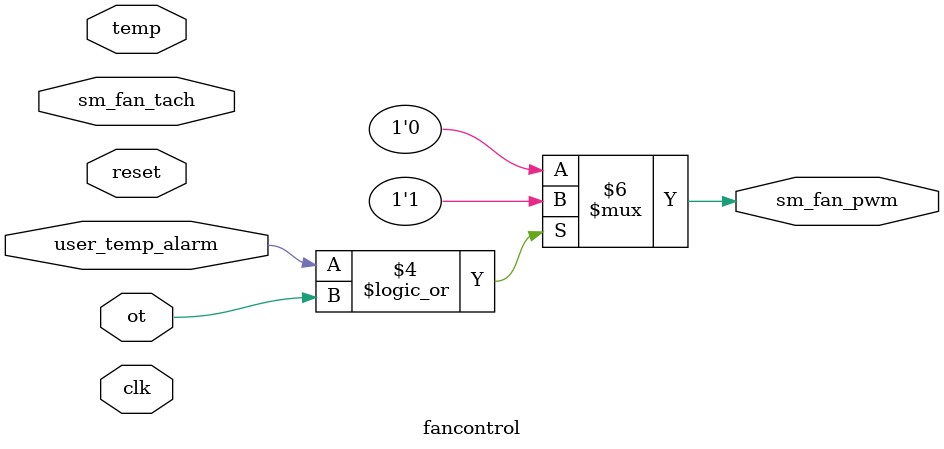
<source format=sv>
/* Copyright (c) 2018 by the author(s)
 *
 * Permission is hereby granted, free of charge, to any person obtaining a copy
 * of this software and associated documentation files (the "Software"), to deal
 * in the Software without restriction, including without limitation the rights
 * to use, copy, modify, merge, publish, distribute, sublicense, and/or sell
 * copies of the Software, and to permit persons to whom the Software is
 * furnished to do so, subject to the following conditions:
 *
 * The above copyright notice and this permission notice shall be included in
 * all copies or substantial portions of the Software.
 *
 * THE SOFTWARE IS PROVIDED "AS IS", WITHOUT WARRANTY OF ANY KIND, EXPRESS OR
 * IMPLIED, INCLUDING BUT NOT LIMITED TO THE WARRANTIES OF MERCHANTABILITY,
 * FITNESS FOR A PARTICULAR PURPOSE AND NONINFRINGEMENT. IN NO EVENT SHALL THE
 * AUTHORS OR COPYRIGHT HOLDERS BE LIABLE FOR ANY CLAIM, DAMAGES OR OTHER
 * LIABILITY, WHETHER IN AN ACTION OF CONTRACT, TORT OR OTHERWISE, ARISING FROM,
 * OUT OF OR IN CONNECTION WITH THE SOFTWARE OR THE USE OR OTHER DEALINGS IN
 * THE SOFTWARE.
 *
 * =============================================================================
 *
 * Fancontrol, simple version, just overheating protection.
 *
 * Author(s):
 *   Dominik Langen <d.langen@denso-auto.de>
 *   Max Koenen <max.koenen@tum.de>
 */

module fancontrol
(
   input       clk,
   input       reset,
   input       user_temp_alarm,
   input       ot,
   input[9:0]  temp,
   input       sm_fan_tach,
   output reg  sm_fan_pwm
   );

   always_comb begin
      if (user_temp_alarm == 1 || ot == 1) begin
         sm_fan_pwm <= 1'b1;
      end else begin
         sm_fan_pwm <= 1'b0;
      end
   end

endmodule

</source>
